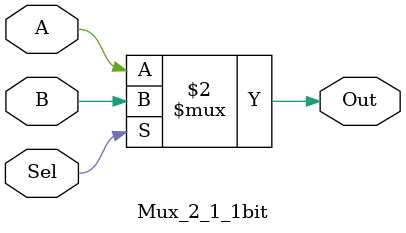
<source format=v>
`timescale 1ns / 1ps
module Mux_2_1_1bit(
	input A,
	input B,
	input Sel,
	output Out
    );
	 
	 assign Out = (Sel==0)?{A}:{B};

endmodule

</source>
